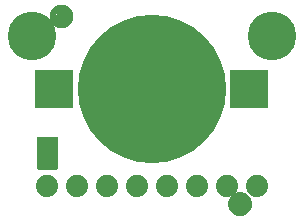
<source format=gbr>
G04 EAGLE Gerber RS-274X export*
G75*
%MOMM*%
%FSLAX34Y34*%
%LPD*%
%INSoldermask Bottom*%
%IPPOS*%
%AMOC8*
5,1,8,0,0,1.08239X$1,22.5*%
G01*
%ADD10C,6.451600*%
%ADD11R,3.301600X3.301600*%
%ADD12C,12.564231*%
%ADD13C,4.117600*%
%ADD14C,1.101600*%
%ADD15C,0.469900*%
%ADD16C,1.879600*%

G36*
X46473Y39386D02*
X46473Y39386D01*
X46592Y39393D01*
X46630Y39406D01*
X46671Y39411D01*
X46781Y39454D01*
X46894Y39491D01*
X46929Y39513D01*
X46966Y39528D01*
X47062Y39598D01*
X47163Y39661D01*
X47191Y39691D01*
X47224Y39714D01*
X47300Y39806D01*
X47381Y39893D01*
X47401Y39928D01*
X47426Y39959D01*
X47477Y40067D01*
X47535Y40171D01*
X47545Y40211D01*
X47562Y40247D01*
X47584Y40364D01*
X47614Y40479D01*
X47618Y40540D01*
X47622Y40560D01*
X47620Y40580D01*
X47624Y40640D01*
X47624Y66040D01*
X47609Y66158D01*
X47602Y66277D01*
X47589Y66315D01*
X47584Y66356D01*
X47541Y66466D01*
X47504Y66579D01*
X47482Y66614D01*
X47467Y66651D01*
X47398Y66747D01*
X47334Y66848D01*
X47304Y66876D01*
X47281Y66909D01*
X47189Y66985D01*
X47102Y67066D01*
X47067Y67086D01*
X47036Y67111D01*
X46928Y67162D01*
X46824Y67220D01*
X46784Y67230D01*
X46748Y67247D01*
X46631Y67269D01*
X46516Y67299D01*
X46456Y67303D01*
X46436Y67307D01*
X46415Y67305D01*
X46355Y67309D01*
X31115Y67309D01*
X30997Y67294D01*
X30878Y67287D01*
X30840Y67274D01*
X30799Y67269D01*
X30689Y67226D01*
X30576Y67189D01*
X30541Y67167D01*
X30504Y67152D01*
X30408Y67083D01*
X30307Y67019D01*
X30279Y66989D01*
X30246Y66966D01*
X30171Y66874D01*
X30089Y66787D01*
X30069Y66752D01*
X30044Y66721D01*
X29993Y66613D01*
X29935Y66509D01*
X29925Y66469D01*
X29908Y66433D01*
X29886Y66316D01*
X29856Y66201D01*
X29852Y66141D01*
X29848Y66121D01*
X29849Y66109D01*
X29848Y66106D01*
X29849Y66093D01*
X29846Y66040D01*
X29846Y40640D01*
X29861Y40522D01*
X29868Y40403D01*
X29881Y40365D01*
X29886Y40324D01*
X29929Y40214D01*
X29966Y40101D01*
X29988Y40066D01*
X30003Y40029D01*
X30073Y39933D01*
X30136Y39832D01*
X30166Y39804D01*
X30189Y39771D01*
X30281Y39696D01*
X30368Y39614D01*
X30403Y39594D01*
X30434Y39569D01*
X30542Y39518D01*
X30646Y39460D01*
X30686Y39450D01*
X30722Y39433D01*
X30839Y39411D01*
X30954Y39381D01*
X31015Y39377D01*
X31035Y39373D01*
X31055Y39375D01*
X31115Y39371D01*
X46355Y39371D01*
X46473Y39386D01*
G37*
D10*
X127000Y107950D03*
D11*
X209254Y107950D03*
X44746Y107950D03*
D12*
X127000Y107950D03*
D13*
X25400Y152400D03*
X228600Y152400D03*
D14*
X50800Y168910D03*
D15*
X58300Y168910D02*
X58298Y169091D01*
X58291Y169272D01*
X58280Y169453D01*
X58265Y169634D01*
X58245Y169814D01*
X58221Y169994D01*
X58193Y170173D01*
X58160Y170351D01*
X58123Y170528D01*
X58082Y170705D01*
X58037Y170880D01*
X57987Y171055D01*
X57933Y171228D01*
X57875Y171399D01*
X57813Y171570D01*
X57746Y171738D01*
X57676Y171905D01*
X57602Y172071D01*
X57523Y172234D01*
X57441Y172395D01*
X57355Y172555D01*
X57265Y172712D01*
X57171Y172867D01*
X57074Y173020D01*
X56972Y173170D01*
X56868Y173318D01*
X56759Y173464D01*
X56648Y173606D01*
X56532Y173746D01*
X56414Y173883D01*
X56292Y174018D01*
X56167Y174149D01*
X56039Y174277D01*
X55908Y174402D01*
X55773Y174524D01*
X55636Y174642D01*
X55496Y174758D01*
X55354Y174869D01*
X55208Y174978D01*
X55060Y175082D01*
X54910Y175184D01*
X54757Y175281D01*
X54602Y175375D01*
X54445Y175465D01*
X54285Y175551D01*
X54124Y175633D01*
X53961Y175712D01*
X53795Y175786D01*
X53628Y175856D01*
X53460Y175923D01*
X53289Y175985D01*
X53118Y176043D01*
X52945Y176097D01*
X52770Y176147D01*
X52595Y176192D01*
X52418Y176233D01*
X52241Y176270D01*
X52063Y176303D01*
X51884Y176331D01*
X51704Y176355D01*
X51524Y176375D01*
X51343Y176390D01*
X51162Y176401D01*
X50981Y176408D01*
X50800Y176410D01*
X50619Y176408D01*
X50438Y176401D01*
X50257Y176390D01*
X50076Y176375D01*
X49896Y176355D01*
X49716Y176331D01*
X49537Y176303D01*
X49359Y176270D01*
X49182Y176233D01*
X49005Y176192D01*
X48830Y176147D01*
X48655Y176097D01*
X48482Y176043D01*
X48311Y175985D01*
X48140Y175923D01*
X47972Y175856D01*
X47805Y175786D01*
X47639Y175712D01*
X47476Y175633D01*
X47315Y175551D01*
X47155Y175465D01*
X46998Y175375D01*
X46843Y175281D01*
X46690Y175184D01*
X46540Y175082D01*
X46392Y174978D01*
X46246Y174869D01*
X46104Y174758D01*
X45964Y174642D01*
X45827Y174524D01*
X45692Y174402D01*
X45561Y174277D01*
X45433Y174149D01*
X45308Y174018D01*
X45186Y173883D01*
X45068Y173746D01*
X44952Y173606D01*
X44841Y173464D01*
X44732Y173318D01*
X44628Y173170D01*
X44526Y173020D01*
X44429Y172867D01*
X44335Y172712D01*
X44245Y172555D01*
X44159Y172395D01*
X44077Y172234D01*
X43998Y172071D01*
X43924Y171905D01*
X43854Y171738D01*
X43787Y171570D01*
X43725Y171399D01*
X43667Y171228D01*
X43613Y171055D01*
X43563Y170880D01*
X43518Y170705D01*
X43477Y170528D01*
X43440Y170351D01*
X43407Y170173D01*
X43379Y169994D01*
X43355Y169814D01*
X43335Y169634D01*
X43320Y169453D01*
X43309Y169272D01*
X43302Y169091D01*
X43300Y168910D01*
X43302Y168729D01*
X43309Y168548D01*
X43320Y168367D01*
X43335Y168186D01*
X43355Y168006D01*
X43379Y167826D01*
X43407Y167647D01*
X43440Y167469D01*
X43477Y167292D01*
X43518Y167115D01*
X43563Y166940D01*
X43613Y166765D01*
X43667Y166592D01*
X43725Y166421D01*
X43787Y166250D01*
X43854Y166082D01*
X43924Y165915D01*
X43998Y165749D01*
X44077Y165586D01*
X44159Y165425D01*
X44245Y165265D01*
X44335Y165108D01*
X44429Y164953D01*
X44526Y164800D01*
X44628Y164650D01*
X44732Y164502D01*
X44841Y164356D01*
X44952Y164214D01*
X45068Y164074D01*
X45186Y163937D01*
X45308Y163802D01*
X45433Y163671D01*
X45561Y163543D01*
X45692Y163418D01*
X45827Y163296D01*
X45964Y163178D01*
X46104Y163062D01*
X46246Y162951D01*
X46392Y162842D01*
X46540Y162738D01*
X46690Y162636D01*
X46843Y162539D01*
X46998Y162445D01*
X47155Y162355D01*
X47315Y162269D01*
X47476Y162187D01*
X47639Y162108D01*
X47805Y162034D01*
X47972Y161964D01*
X48140Y161897D01*
X48311Y161835D01*
X48482Y161777D01*
X48655Y161723D01*
X48830Y161673D01*
X49005Y161628D01*
X49182Y161587D01*
X49359Y161550D01*
X49537Y161517D01*
X49716Y161489D01*
X49896Y161465D01*
X50076Y161445D01*
X50257Y161430D01*
X50438Y161419D01*
X50619Y161412D01*
X50800Y161410D01*
X50981Y161412D01*
X51162Y161419D01*
X51343Y161430D01*
X51524Y161445D01*
X51704Y161465D01*
X51884Y161489D01*
X52063Y161517D01*
X52241Y161550D01*
X52418Y161587D01*
X52595Y161628D01*
X52770Y161673D01*
X52945Y161723D01*
X53118Y161777D01*
X53289Y161835D01*
X53460Y161897D01*
X53628Y161964D01*
X53795Y162034D01*
X53961Y162108D01*
X54124Y162187D01*
X54285Y162269D01*
X54445Y162355D01*
X54602Y162445D01*
X54757Y162539D01*
X54910Y162636D01*
X55060Y162738D01*
X55208Y162842D01*
X55354Y162951D01*
X55496Y163062D01*
X55636Y163178D01*
X55773Y163296D01*
X55908Y163418D01*
X56039Y163543D01*
X56167Y163671D01*
X56292Y163802D01*
X56414Y163937D01*
X56532Y164074D01*
X56648Y164214D01*
X56759Y164356D01*
X56868Y164502D01*
X56972Y164650D01*
X57074Y164800D01*
X57171Y164953D01*
X57265Y165108D01*
X57355Y165265D01*
X57441Y165425D01*
X57523Y165586D01*
X57602Y165749D01*
X57676Y165915D01*
X57746Y166082D01*
X57813Y166250D01*
X57875Y166421D01*
X57933Y166592D01*
X57987Y166765D01*
X58037Y166940D01*
X58082Y167115D01*
X58123Y167292D01*
X58160Y167469D01*
X58193Y167647D01*
X58221Y167826D01*
X58245Y168006D01*
X58265Y168186D01*
X58280Y168367D01*
X58291Y168548D01*
X58298Y168729D01*
X58300Y168910D01*
D14*
X201930Y10160D03*
D15*
X209430Y10160D02*
X209428Y10341D01*
X209421Y10522D01*
X209410Y10703D01*
X209395Y10884D01*
X209375Y11064D01*
X209351Y11244D01*
X209323Y11423D01*
X209290Y11601D01*
X209253Y11778D01*
X209212Y11955D01*
X209167Y12130D01*
X209117Y12305D01*
X209063Y12478D01*
X209005Y12649D01*
X208943Y12820D01*
X208876Y12988D01*
X208806Y13155D01*
X208732Y13321D01*
X208653Y13484D01*
X208571Y13645D01*
X208485Y13805D01*
X208395Y13962D01*
X208301Y14117D01*
X208204Y14270D01*
X208102Y14420D01*
X207998Y14568D01*
X207889Y14714D01*
X207778Y14856D01*
X207662Y14996D01*
X207544Y15133D01*
X207422Y15268D01*
X207297Y15399D01*
X207169Y15527D01*
X207038Y15652D01*
X206903Y15774D01*
X206766Y15892D01*
X206626Y16008D01*
X206484Y16119D01*
X206338Y16228D01*
X206190Y16332D01*
X206040Y16434D01*
X205887Y16531D01*
X205732Y16625D01*
X205575Y16715D01*
X205415Y16801D01*
X205254Y16883D01*
X205091Y16962D01*
X204925Y17036D01*
X204758Y17106D01*
X204590Y17173D01*
X204419Y17235D01*
X204248Y17293D01*
X204075Y17347D01*
X203900Y17397D01*
X203725Y17442D01*
X203548Y17483D01*
X203371Y17520D01*
X203193Y17553D01*
X203014Y17581D01*
X202834Y17605D01*
X202654Y17625D01*
X202473Y17640D01*
X202292Y17651D01*
X202111Y17658D01*
X201930Y17660D01*
X201749Y17658D01*
X201568Y17651D01*
X201387Y17640D01*
X201206Y17625D01*
X201026Y17605D01*
X200846Y17581D01*
X200667Y17553D01*
X200489Y17520D01*
X200312Y17483D01*
X200135Y17442D01*
X199960Y17397D01*
X199785Y17347D01*
X199612Y17293D01*
X199441Y17235D01*
X199270Y17173D01*
X199102Y17106D01*
X198935Y17036D01*
X198769Y16962D01*
X198606Y16883D01*
X198445Y16801D01*
X198285Y16715D01*
X198128Y16625D01*
X197973Y16531D01*
X197820Y16434D01*
X197670Y16332D01*
X197522Y16228D01*
X197376Y16119D01*
X197234Y16008D01*
X197094Y15892D01*
X196957Y15774D01*
X196822Y15652D01*
X196691Y15527D01*
X196563Y15399D01*
X196438Y15268D01*
X196316Y15133D01*
X196198Y14996D01*
X196082Y14856D01*
X195971Y14714D01*
X195862Y14568D01*
X195758Y14420D01*
X195656Y14270D01*
X195559Y14117D01*
X195465Y13962D01*
X195375Y13805D01*
X195289Y13645D01*
X195207Y13484D01*
X195128Y13321D01*
X195054Y13155D01*
X194984Y12988D01*
X194917Y12820D01*
X194855Y12649D01*
X194797Y12478D01*
X194743Y12305D01*
X194693Y12130D01*
X194648Y11955D01*
X194607Y11778D01*
X194570Y11601D01*
X194537Y11423D01*
X194509Y11244D01*
X194485Y11064D01*
X194465Y10884D01*
X194450Y10703D01*
X194439Y10522D01*
X194432Y10341D01*
X194430Y10160D01*
X194432Y9979D01*
X194439Y9798D01*
X194450Y9617D01*
X194465Y9436D01*
X194485Y9256D01*
X194509Y9076D01*
X194537Y8897D01*
X194570Y8719D01*
X194607Y8542D01*
X194648Y8365D01*
X194693Y8190D01*
X194743Y8015D01*
X194797Y7842D01*
X194855Y7671D01*
X194917Y7500D01*
X194984Y7332D01*
X195054Y7165D01*
X195128Y6999D01*
X195207Y6836D01*
X195289Y6675D01*
X195375Y6515D01*
X195465Y6358D01*
X195559Y6203D01*
X195656Y6050D01*
X195758Y5900D01*
X195862Y5752D01*
X195971Y5606D01*
X196082Y5464D01*
X196198Y5324D01*
X196316Y5187D01*
X196438Y5052D01*
X196563Y4921D01*
X196691Y4793D01*
X196822Y4668D01*
X196957Y4546D01*
X197094Y4428D01*
X197234Y4312D01*
X197376Y4201D01*
X197522Y4092D01*
X197670Y3988D01*
X197820Y3886D01*
X197973Y3789D01*
X198128Y3695D01*
X198285Y3605D01*
X198445Y3519D01*
X198606Y3437D01*
X198769Y3358D01*
X198935Y3284D01*
X199102Y3214D01*
X199270Y3147D01*
X199441Y3085D01*
X199612Y3027D01*
X199785Y2973D01*
X199960Y2923D01*
X200135Y2878D01*
X200312Y2837D01*
X200489Y2800D01*
X200667Y2767D01*
X200846Y2739D01*
X201026Y2715D01*
X201206Y2695D01*
X201387Y2680D01*
X201568Y2669D01*
X201749Y2662D01*
X201930Y2660D01*
X202111Y2662D01*
X202292Y2669D01*
X202473Y2680D01*
X202654Y2695D01*
X202834Y2715D01*
X203014Y2739D01*
X203193Y2767D01*
X203371Y2800D01*
X203548Y2837D01*
X203725Y2878D01*
X203900Y2923D01*
X204075Y2973D01*
X204248Y3027D01*
X204419Y3085D01*
X204590Y3147D01*
X204758Y3214D01*
X204925Y3284D01*
X205091Y3358D01*
X205254Y3437D01*
X205415Y3519D01*
X205575Y3605D01*
X205732Y3695D01*
X205887Y3789D01*
X206040Y3886D01*
X206190Y3988D01*
X206338Y4092D01*
X206484Y4201D01*
X206626Y4312D01*
X206766Y4428D01*
X206903Y4546D01*
X207038Y4668D01*
X207169Y4793D01*
X207297Y4921D01*
X207422Y5052D01*
X207544Y5187D01*
X207662Y5324D01*
X207778Y5464D01*
X207889Y5606D01*
X207998Y5752D01*
X208102Y5900D01*
X208204Y6050D01*
X208301Y6203D01*
X208395Y6358D01*
X208485Y6515D01*
X208571Y6675D01*
X208653Y6836D01*
X208732Y6999D01*
X208806Y7165D01*
X208876Y7332D01*
X208943Y7500D01*
X209005Y7671D01*
X209063Y7842D01*
X209117Y8015D01*
X209167Y8190D01*
X209212Y8365D01*
X209253Y8542D01*
X209290Y8719D01*
X209323Y8897D01*
X209351Y9076D01*
X209375Y9256D01*
X209395Y9436D01*
X209410Y9617D01*
X209421Y9798D01*
X209428Y9979D01*
X209430Y10160D01*
D16*
X38100Y25400D03*
X63500Y25400D03*
X88900Y25400D03*
X114300Y25400D03*
X139700Y25400D03*
X165100Y25400D03*
X190500Y25400D03*
X215900Y25400D03*
M02*

</source>
